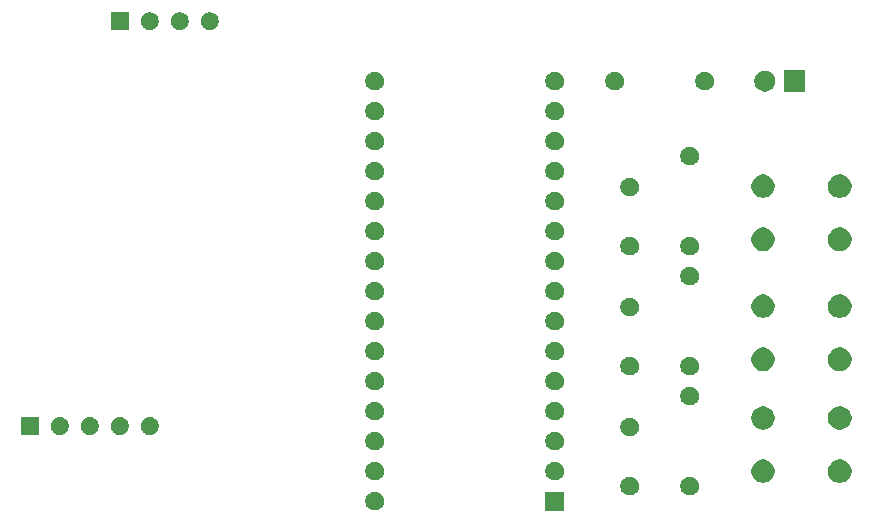
<source format=gts>
G04 #@! TF.GenerationSoftware,KiCad,Pcbnew,9.0.1*
G04 #@! TF.CreationDate,2025-08-05T12:48:43+05:00*
G04 #@! TF.ProjectId,firstPCB,66697273-7450-4434-922e-6b696361645f,rev?*
G04 #@! TF.SameCoordinates,Original*
G04 #@! TF.FileFunction,Soldermask,Top*
G04 #@! TF.FilePolarity,Negative*
%FSLAX46Y46*%
G04 Gerber Fmt 4.6, Leading zero omitted, Abs format (unit mm)*
G04 Created by KiCad (PCBNEW 9.0.1) date 2025-08-05 12:48:43*
%MOMM*%
%LPD*%
G01*
G04 APERTURE LIST*
G04 APERTURE END LIST*
G36*
X80810000Y-104940000D02*
G01*
X79210000Y-104940000D01*
X79210000Y-103340000D01*
X80810000Y-103340000D01*
X80810000Y-104940000D01*
G37*
G36*
X65002228Y-103374448D02*
G01*
X65147117Y-103434463D01*
X65277515Y-103521592D01*
X65388408Y-103632485D01*
X65475537Y-103762883D01*
X65535552Y-103907772D01*
X65566148Y-104061586D01*
X65566148Y-104218414D01*
X65535552Y-104372228D01*
X65475537Y-104517117D01*
X65388408Y-104647515D01*
X65277515Y-104758408D01*
X65147117Y-104845537D01*
X65002228Y-104905552D01*
X64848414Y-104936148D01*
X64691586Y-104936148D01*
X64537772Y-104905552D01*
X64392883Y-104845537D01*
X64262485Y-104758408D01*
X64151592Y-104647515D01*
X64064463Y-104517117D01*
X64004448Y-104372228D01*
X63973852Y-104218414D01*
X63973852Y-104061586D01*
X64004448Y-103907772D01*
X64064463Y-103762883D01*
X64151592Y-103632485D01*
X64262485Y-103521592D01*
X64392883Y-103434463D01*
X64537772Y-103374448D01*
X64691586Y-103343852D01*
X64848414Y-103343852D01*
X65002228Y-103374448D01*
G37*
G36*
X86592228Y-102104448D02*
G01*
X86737117Y-102164463D01*
X86867515Y-102251592D01*
X86978408Y-102362485D01*
X87065537Y-102492883D01*
X87125552Y-102637772D01*
X87156148Y-102791586D01*
X87156148Y-102948414D01*
X87125552Y-103102228D01*
X87065537Y-103247117D01*
X86978408Y-103377515D01*
X86867515Y-103488408D01*
X86737117Y-103575537D01*
X86592228Y-103635552D01*
X86438414Y-103666148D01*
X86281586Y-103666148D01*
X86127772Y-103635552D01*
X85982883Y-103575537D01*
X85852485Y-103488408D01*
X85741592Y-103377515D01*
X85654463Y-103247117D01*
X85594448Y-103102228D01*
X85563852Y-102948414D01*
X85563852Y-102791586D01*
X85594448Y-102637772D01*
X85654463Y-102492883D01*
X85741592Y-102362485D01*
X85852485Y-102251592D01*
X85982883Y-102164463D01*
X86127772Y-102104448D01*
X86281586Y-102073852D01*
X86438414Y-102073852D01*
X86592228Y-102104448D01*
G37*
G36*
X91672228Y-102104448D02*
G01*
X91817117Y-102164463D01*
X91947515Y-102251592D01*
X92058408Y-102362485D01*
X92145537Y-102492883D01*
X92205552Y-102637772D01*
X92236148Y-102791586D01*
X92236148Y-102948414D01*
X92205552Y-103102228D01*
X92145537Y-103247117D01*
X92058408Y-103377515D01*
X91947515Y-103488408D01*
X91817117Y-103575537D01*
X91672228Y-103635552D01*
X91518414Y-103666148D01*
X91361586Y-103666148D01*
X91207772Y-103635552D01*
X91062883Y-103575537D01*
X90932485Y-103488408D01*
X90821592Y-103377515D01*
X90734463Y-103247117D01*
X90674448Y-103102228D01*
X90643852Y-102948414D01*
X90643852Y-102791586D01*
X90674448Y-102637772D01*
X90734463Y-102492883D01*
X90821592Y-102362485D01*
X90932485Y-102251592D01*
X91062883Y-102164463D01*
X91207772Y-102104448D01*
X91361586Y-102073852D01*
X91518414Y-102073852D01*
X91672228Y-102104448D01*
G37*
G36*
X97930285Y-100643060D02*
G01*
X98111397Y-100718079D01*
X98274393Y-100826990D01*
X98413010Y-100965607D01*
X98521921Y-101128603D01*
X98596940Y-101309715D01*
X98635185Y-101501983D01*
X98635185Y-101698017D01*
X98596940Y-101890285D01*
X98521921Y-102071397D01*
X98413010Y-102234393D01*
X98274393Y-102373010D01*
X98111397Y-102481921D01*
X97930285Y-102556940D01*
X97738017Y-102595185D01*
X97541983Y-102595185D01*
X97349715Y-102556940D01*
X97168603Y-102481921D01*
X97005607Y-102373010D01*
X96866990Y-102234393D01*
X96758079Y-102071397D01*
X96683060Y-101890285D01*
X96644815Y-101698017D01*
X96644815Y-101501983D01*
X96683060Y-101309715D01*
X96758079Y-101128603D01*
X96866990Y-100965607D01*
X97005607Y-100826990D01*
X97168603Y-100718079D01*
X97349715Y-100643060D01*
X97541983Y-100604815D01*
X97738017Y-100604815D01*
X97930285Y-100643060D01*
G37*
G36*
X104430285Y-100643060D02*
G01*
X104611397Y-100718079D01*
X104774393Y-100826990D01*
X104913010Y-100965607D01*
X105021921Y-101128603D01*
X105096940Y-101309715D01*
X105135185Y-101501983D01*
X105135185Y-101698017D01*
X105096940Y-101890285D01*
X105021921Y-102071397D01*
X104913010Y-102234393D01*
X104774393Y-102373010D01*
X104611397Y-102481921D01*
X104430285Y-102556940D01*
X104238017Y-102595185D01*
X104041983Y-102595185D01*
X103849715Y-102556940D01*
X103668603Y-102481921D01*
X103505607Y-102373010D01*
X103366990Y-102234393D01*
X103258079Y-102071397D01*
X103183060Y-101890285D01*
X103144815Y-101698017D01*
X103144815Y-101501983D01*
X103183060Y-101309715D01*
X103258079Y-101128603D01*
X103366990Y-100965607D01*
X103505607Y-100826990D01*
X103668603Y-100718079D01*
X103849715Y-100643060D01*
X104041983Y-100604815D01*
X104238017Y-100604815D01*
X104430285Y-100643060D01*
G37*
G36*
X65002228Y-100834448D02*
G01*
X65147117Y-100894463D01*
X65277515Y-100981592D01*
X65388408Y-101092485D01*
X65475537Y-101222883D01*
X65535552Y-101367772D01*
X65566148Y-101521586D01*
X65566148Y-101678414D01*
X65535552Y-101832228D01*
X65475537Y-101977117D01*
X65388408Y-102107515D01*
X65277515Y-102218408D01*
X65147117Y-102305537D01*
X65002228Y-102365552D01*
X64848414Y-102396148D01*
X64691586Y-102396148D01*
X64537772Y-102365552D01*
X64392883Y-102305537D01*
X64262485Y-102218408D01*
X64151592Y-102107515D01*
X64064463Y-101977117D01*
X64004448Y-101832228D01*
X63973852Y-101678414D01*
X63973852Y-101521586D01*
X64004448Y-101367772D01*
X64064463Y-101222883D01*
X64151592Y-101092485D01*
X64262485Y-100981592D01*
X64392883Y-100894463D01*
X64537772Y-100834448D01*
X64691586Y-100803852D01*
X64848414Y-100803852D01*
X65002228Y-100834448D01*
G37*
G36*
X80242228Y-100834448D02*
G01*
X80387117Y-100894463D01*
X80517515Y-100981592D01*
X80628408Y-101092485D01*
X80715537Y-101222883D01*
X80775552Y-101367772D01*
X80806148Y-101521586D01*
X80806148Y-101678414D01*
X80775552Y-101832228D01*
X80715537Y-101977117D01*
X80628408Y-102107515D01*
X80517515Y-102218408D01*
X80387117Y-102305537D01*
X80242228Y-102365552D01*
X80088414Y-102396148D01*
X79931586Y-102396148D01*
X79777772Y-102365552D01*
X79632883Y-102305537D01*
X79502485Y-102218408D01*
X79391592Y-102107515D01*
X79304463Y-101977117D01*
X79244448Y-101832228D01*
X79213852Y-101678414D01*
X79213852Y-101521586D01*
X79244448Y-101367772D01*
X79304463Y-101222883D01*
X79391592Y-101092485D01*
X79502485Y-100981592D01*
X79632883Y-100894463D01*
X79777772Y-100834448D01*
X79931586Y-100803852D01*
X80088414Y-100803852D01*
X80242228Y-100834448D01*
G37*
G36*
X65002228Y-98294448D02*
G01*
X65147117Y-98354463D01*
X65277515Y-98441592D01*
X65388408Y-98552485D01*
X65475537Y-98682883D01*
X65535552Y-98827772D01*
X65566148Y-98981586D01*
X65566148Y-99138414D01*
X65535552Y-99292228D01*
X65475537Y-99437117D01*
X65388408Y-99567515D01*
X65277515Y-99678408D01*
X65147117Y-99765537D01*
X65002228Y-99825552D01*
X64848414Y-99856148D01*
X64691586Y-99856148D01*
X64537772Y-99825552D01*
X64392883Y-99765537D01*
X64262485Y-99678408D01*
X64151592Y-99567515D01*
X64064463Y-99437117D01*
X64004448Y-99292228D01*
X63973852Y-99138414D01*
X63973852Y-98981586D01*
X64004448Y-98827772D01*
X64064463Y-98682883D01*
X64151592Y-98552485D01*
X64262485Y-98441592D01*
X64392883Y-98354463D01*
X64537772Y-98294448D01*
X64691586Y-98263852D01*
X64848414Y-98263852D01*
X65002228Y-98294448D01*
G37*
G36*
X80242228Y-98294448D02*
G01*
X80387117Y-98354463D01*
X80517515Y-98441592D01*
X80628408Y-98552485D01*
X80715537Y-98682883D01*
X80775552Y-98827772D01*
X80806148Y-98981586D01*
X80806148Y-99138414D01*
X80775552Y-99292228D01*
X80715537Y-99437117D01*
X80628408Y-99567515D01*
X80517515Y-99678408D01*
X80387117Y-99765537D01*
X80242228Y-99825552D01*
X80088414Y-99856148D01*
X79931586Y-99856148D01*
X79777772Y-99825552D01*
X79632883Y-99765537D01*
X79502485Y-99678408D01*
X79391592Y-99567515D01*
X79304463Y-99437117D01*
X79244448Y-99292228D01*
X79213852Y-99138414D01*
X79213852Y-98981586D01*
X79244448Y-98827772D01*
X79304463Y-98682883D01*
X79391592Y-98552485D01*
X79502485Y-98441592D01*
X79632883Y-98354463D01*
X79777772Y-98294448D01*
X79931586Y-98263852D01*
X80088414Y-98263852D01*
X80242228Y-98294448D01*
G37*
G36*
X86592228Y-97104448D02*
G01*
X86737117Y-97164463D01*
X86867515Y-97251592D01*
X86978408Y-97362485D01*
X87065537Y-97492883D01*
X87125552Y-97637772D01*
X87156148Y-97791586D01*
X87156148Y-97948414D01*
X87125552Y-98102228D01*
X87065537Y-98247117D01*
X86978408Y-98377515D01*
X86867515Y-98488408D01*
X86737117Y-98575537D01*
X86592228Y-98635552D01*
X86438414Y-98666148D01*
X86281586Y-98666148D01*
X86127772Y-98635552D01*
X85982883Y-98575537D01*
X85852485Y-98488408D01*
X85741592Y-98377515D01*
X85654463Y-98247117D01*
X85594448Y-98102228D01*
X85563852Y-97948414D01*
X85563852Y-97791586D01*
X85594448Y-97637772D01*
X85654463Y-97492883D01*
X85741592Y-97362485D01*
X85852485Y-97251592D01*
X85982883Y-97164463D01*
X86127772Y-97104448D01*
X86281586Y-97073852D01*
X86438414Y-97073852D01*
X86592228Y-97104448D01*
G37*
G36*
X36322000Y-98552000D02*
G01*
X34798000Y-98552000D01*
X34798000Y-97028000D01*
X36322000Y-97028000D01*
X36322000Y-98552000D01*
G37*
G36*
X38321197Y-97060811D02*
G01*
X38459204Y-97117976D01*
X38583408Y-97200966D01*
X38689034Y-97306592D01*
X38772024Y-97430796D01*
X38829189Y-97568803D01*
X38858331Y-97715311D01*
X38858331Y-97864689D01*
X38829189Y-98011197D01*
X38772024Y-98149204D01*
X38689034Y-98273408D01*
X38583408Y-98379034D01*
X38459204Y-98462024D01*
X38321197Y-98519189D01*
X38174689Y-98548331D01*
X38025311Y-98548331D01*
X37878803Y-98519189D01*
X37740796Y-98462024D01*
X37616592Y-98379034D01*
X37510966Y-98273408D01*
X37427976Y-98149204D01*
X37370811Y-98011197D01*
X37341669Y-97864689D01*
X37341669Y-97715311D01*
X37370811Y-97568803D01*
X37427976Y-97430796D01*
X37510966Y-97306592D01*
X37616592Y-97200966D01*
X37740796Y-97117976D01*
X37878803Y-97060811D01*
X38025311Y-97031669D01*
X38174689Y-97031669D01*
X38321197Y-97060811D01*
G37*
G36*
X40861197Y-97060811D02*
G01*
X40999204Y-97117976D01*
X41123408Y-97200966D01*
X41229034Y-97306592D01*
X41312024Y-97430796D01*
X41369189Y-97568803D01*
X41398331Y-97715311D01*
X41398331Y-97864689D01*
X41369189Y-98011197D01*
X41312024Y-98149204D01*
X41229034Y-98273408D01*
X41123408Y-98379034D01*
X40999204Y-98462024D01*
X40861197Y-98519189D01*
X40714689Y-98548331D01*
X40565311Y-98548331D01*
X40418803Y-98519189D01*
X40280796Y-98462024D01*
X40156592Y-98379034D01*
X40050966Y-98273408D01*
X39967976Y-98149204D01*
X39910811Y-98011197D01*
X39881669Y-97864689D01*
X39881669Y-97715311D01*
X39910811Y-97568803D01*
X39967976Y-97430796D01*
X40050966Y-97306592D01*
X40156592Y-97200966D01*
X40280796Y-97117976D01*
X40418803Y-97060811D01*
X40565311Y-97031669D01*
X40714689Y-97031669D01*
X40861197Y-97060811D01*
G37*
G36*
X43401197Y-97060811D02*
G01*
X43539204Y-97117976D01*
X43663408Y-97200966D01*
X43769034Y-97306592D01*
X43852024Y-97430796D01*
X43909189Y-97568803D01*
X43938331Y-97715311D01*
X43938331Y-97864689D01*
X43909189Y-98011197D01*
X43852024Y-98149204D01*
X43769034Y-98273408D01*
X43663408Y-98379034D01*
X43539204Y-98462024D01*
X43401197Y-98519189D01*
X43254689Y-98548331D01*
X43105311Y-98548331D01*
X42958803Y-98519189D01*
X42820796Y-98462024D01*
X42696592Y-98379034D01*
X42590966Y-98273408D01*
X42507976Y-98149204D01*
X42450811Y-98011197D01*
X42421669Y-97864689D01*
X42421669Y-97715311D01*
X42450811Y-97568803D01*
X42507976Y-97430796D01*
X42590966Y-97306592D01*
X42696592Y-97200966D01*
X42820796Y-97117976D01*
X42958803Y-97060811D01*
X43105311Y-97031669D01*
X43254689Y-97031669D01*
X43401197Y-97060811D01*
G37*
G36*
X45941197Y-97060811D02*
G01*
X46079204Y-97117976D01*
X46203408Y-97200966D01*
X46309034Y-97306592D01*
X46392024Y-97430796D01*
X46449189Y-97568803D01*
X46478331Y-97715311D01*
X46478331Y-97864689D01*
X46449189Y-98011197D01*
X46392024Y-98149204D01*
X46309034Y-98273408D01*
X46203408Y-98379034D01*
X46079204Y-98462024D01*
X45941197Y-98519189D01*
X45794689Y-98548331D01*
X45645311Y-98548331D01*
X45498803Y-98519189D01*
X45360796Y-98462024D01*
X45236592Y-98379034D01*
X45130966Y-98273408D01*
X45047976Y-98149204D01*
X44990811Y-98011197D01*
X44961669Y-97864689D01*
X44961669Y-97715311D01*
X44990811Y-97568803D01*
X45047976Y-97430796D01*
X45130966Y-97306592D01*
X45236592Y-97200966D01*
X45360796Y-97117976D01*
X45498803Y-97060811D01*
X45645311Y-97031669D01*
X45794689Y-97031669D01*
X45941197Y-97060811D01*
G37*
G36*
X97930285Y-96143060D02*
G01*
X98111397Y-96218079D01*
X98274393Y-96326990D01*
X98413010Y-96465607D01*
X98521921Y-96628603D01*
X98596940Y-96809715D01*
X98635185Y-97001983D01*
X98635185Y-97198017D01*
X98596940Y-97390285D01*
X98521921Y-97571397D01*
X98413010Y-97734393D01*
X98274393Y-97873010D01*
X98111397Y-97981921D01*
X97930285Y-98056940D01*
X97738017Y-98095185D01*
X97541983Y-98095185D01*
X97349715Y-98056940D01*
X97168603Y-97981921D01*
X97005607Y-97873010D01*
X96866990Y-97734393D01*
X96758079Y-97571397D01*
X96683060Y-97390285D01*
X96644815Y-97198017D01*
X96644815Y-97001983D01*
X96683060Y-96809715D01*
X96758079Y-96628603D01*
X96866990Y-96465607D01*
X97005607Y-96326990D01*
X97168603Y-96218079D01*
X97349715Y-96143060D01*
X97541983Y-96104815D01*
X97738017Y-96104815D01*
X97930285Y-96143060D01*
G37*
G36*
X104430285Y-96143060D02*
G01*
X104611397Y-96218079D01*
X104774393Y-96326990D01*
X104913010Y-96465607D01*
X105021921Y-96628603D01*
X105096940Y-96809715D01*
X105135185Y-97001983D01*
X105135185Y-97198017D01*
X105096940Y-97390285D01*
X105021921Y-97571397D01*
X104913010Y-97734393D01*
X104774393Y-97873010D01*
X104611397Y-97981921D01*
X104430285Y-98056940D01*
X104238017Y-98095185D01*
X104041983Y-98095185D01*
X103849715Y-98056940D01*
X103668603Y-97981921D01*
X103505607Y-97873010D01*
X103366990Y-97734393D01*
X103258079Y-97571397D01*
X103183060Y-97390285D01*
X103144815Y-97198017D01*
X103144815Y-97001983D01*
X103183060Y-96809715D01*
X103258079Y-96628603D01*
X103366990Y-96465607D01*
X103505607Y-96326990D01*
X103668603Y-96218079D01*
X103849715Y-96143060D01*
X104041983Y-96104815D01*
X104238017Y-96104815D01*
X104430285Y-96143060D01*
G37*
G36*
X65002228Y-95754448D02*
G01*
X65147117Y-95814463D01*
X65277515Y-95901592D01*
X65388408Y-96012485D01*
X65475537Y-96142883D01*
X65535552Y-96287772D01*
X65566148Y-96441586D01*
X65566148Y-96598414D01*
X65535552Y-96752228D01*
X65475537Y-96897117D01*
X65388408Y-97027515D01*
X65277515Y-97138408D01*
X65147117Y-97225537D01*
X65002228Y-97285552D01*
X64848414Y-97316148D01*
X64691586Y-97316148D01*
X64537772Y-97285552D01*
X64392883Y-97225537D01*
X64262485Y-97138408D01*
X64151592Y-97027515D01*
X64064463Y-96897117D01*
X64004448Y-96752228D01*
X63973852Y-96598414D01*
X63973852Y-96441586D01*
X64004448Y-96287772D01*
X64064463Y-96142883D01*
X64151592Y-96012485D01*
X64262485Y-95901592D01*
X64392883Y-95814463D01*
X64537772Y-95754448D01*
X64691586Y-95723852D01*
X64848414Y-95723852D01*
X65002228Y-95754448D01*
G37*
G36*
X80242228Y-95754448D02*
G01*
X80387117Y-95814463D01*
X80517515Y-95901592D01*
X80628408Y-96012485D01*
X80715537Y-96142883D01*
X80775552Y-96287772D01*
X80806148Y-96441586D01*
X80806148Y-96598414D01*
X80775552Y-96752228D01*
X80715537Y-96897117D01*
X80628408Y-97027515D01*
X80517515Y-97138408D01*
X80387117Y-97225537D01*
X80242228Y-97285552D01*
X80088414Y-97316148D01*
X79931586Y-97316148D01*
X79777772Y-97285552D01*
X79632883Y-97225537D01*
X79502485Y-97138408D01*
X79391592Y-97027515D01*
X79304463Y-96897117D01*
X79244448Y-96752228D01*
X79213852Y-96598414D01*
X79213852Y-96441586D01*
X79244448Y-96287772D01*
X79304463Y-96142883D01*
X79391592Y-96012485D01*
X79502485Y-95901592D01*
X79632883Y-95814463D01*
X79777772Y-95754448D01*
X79931586Y-95723852D01*
X80088414Y-95723852D01*
X80242228Y-95754448D01*
G37*
G36*
X91672228Y-94484448D02*
G01*
X91817117Y-94544463D01*
X91947515Y-94631592D01*
X92058408Y-94742485D01*
X92145537Y-94872883D01*
X92205552Y-95017772D01*
X92236148Y-95171586D01*
X92236148Y-95328414D01*
X92205552Y-95482228D01*
X92145537Y-95627117D01*
X92058408Y-95757515D01*
X91947515Y-95868408D01*
X91817117Y-95955537D01*
X91672228Y-96015552D01*
X91518414Y-96046148D01*
X91361586Y-96046148D01*
X91207772Y-96015552D01*
X91062883Y-95955537D01*
X90932485Y-95868408D01*
X90821592Y-95757515D01*
X90734463Y-95627117D01*
X90674448Y-95482228D01*
X90643852Y-95328414D01*
X90643852Y-95171586D01*
X90674448Y-95017772D01*
X90734463Y-94872883D01*
X90821592Y-94742485D01*
X90932485Y-94631592D01*
X91062883Y-94544463D01*
X91207772Y-94484448D01*
X91361586Y-94453852D01*
X91518414Y-94453852D01*
X91672228Y-94484448D01*
G37*
G36*
X65002228Y-93214448D02*
G01*
X65147117Y-93274463D01*
X65277515Y-93361592D01*
X65388408Y-93472485D01*
X65475537Y-93602883D01*
X65535552Y-93747772D01*
X65566148Y-93901586D01*
X65566148Y-94058414D01*
X65535552Y-94212228D01*
X65475537Y-94357117D01*
X65388408Y-94487515D01*
X65277515Y-94598408D01*
X65147117Y-94685537D01*
X65002228Y-94745552D01*
X64848414Y-94776148D01*
X64691586Y-94776148D01*
X64537772Y-94745552D01*
X64392883Y-94685537D01*
X64262485Y-94598408D01*
X64151592Y-94487515D01*
X64064463Y-94357117D01*
X64004448Y-94212228D01*
X63973852Y-94058414D01*
X63973852Y-93901586D01*
X64004448Y-93747772D01*
X64064463Y-93602883D01*
X64151592Y-93472485D01*
X64262485Y-93361592D01*
X64392883Y-93274463D01*
X64537772Y-93214448D01*
X64691586Y-93183852D01*
X64848414Y-93183852D01*
X65002228Y-93214448D01*
G37*
G36*
X80242228Y-93214448D02*
G01*
X80387117Y-93274463D01*
X80517515Y-93361592D01*
X80628408Y-93472485D01*
X80715537Y-93602883D01*
X80775552Y-93747772D01*
X80806148Y-93901586D01*
X80806148Y-94058414D01*
X80775552Y-94212228D01*
X80715537Y-94357117D01*
X80628408Y-94487515D01*
X80517515Y-94598408D01*
X80387117Y-94685537D01*
X80242228Y-94745552D01*
X80088414Y-94776148D01*
X79931586Y-94776148D01*
X79777772Y-94745552D01*
X79632883Y-94685537D01*
X79502485Y-94598408D01*
X79391592Y-94487515D01*
X79304463Y-94357117D01*
X79244448Y-94212228D01*
X79213852Y-94058414D01*
X79213852Y-93901586D01*
X79244448Y-93747772D01*
X79304463Y-93602883D01*
X79391592Y-93472485D01*
X79502485Y-93361592D01*
X79632883Y-93274463D01*
X79777772Y-93214448D01*
X79931586Y-93183852D01*
X80088414Y-93183852D01*
X80242228Y-93214448D01*
G37*
G36*
X86592228Y-91944448D02*
G01*
X86737117Y-92004463D01*
X86867515Y-92091592D01*
X86978408Y-92202485D01*
X87065537Y-92332883D01*
X87125552Y-92477772D01*
X87156148Y-92631586D01*
X87156148Y-92788414D01*
X87125552Y-92942228D01*
X87065537Y-93087117D01*
X86978408Y-93217515D01*
X86867515Y-93328408D01*
X86737117Y-93415537D01*
X86592228Y-93475552D01*
X86438414Y-93506148D01*
X86281586Y-93506148D01*
X86127772Y-93475552D01*
X85982883Y-93415537D01*
X85852485Y-93328408D01*
X85741592Y-93217515D01*
X85654463Y-93087117D01*
X85594448Y-92942228D01*
X85563852Y-92788414D01*
X85563852Y-92631586D01*
X85594448Y-92477772D01*
X85654463Y-92332883D01*
X85741592Y-92202485D01*
X85852485Y-92091592D01*
X85982883Y-92004463D01*
X86127772Y-91944448D01*
X86281586Y-91913852D01*
X86438414Y-91913852D01*
X86592228Y-91944448D01*
G37*
G36*
X91672228Y-91944448D02*
G01*
X91817117Y-92004463D01*
X91947515Y-92091592D01*
X92058408Y-92202485D01*
X92145537Y-92332883D01*
X92205552Y-92477772D01*
X92236148Y-92631586D01*
X92236148Y-92788414D01*
X92205552Y-92942228D01*
X92145537Y-93087117D01*
X92058408Y-93217515D01*
X91947515Y-93328408D01*
X91817117Y-93415537D01*
X91672228Y-93475552D01*
X91518414Y-93506148D01*
X91361586Y-93506148D01*
X91207772Y-93475552D01*
X91062883Y-93415537D01*
X90932485Y-93328408D01*
X90821592Y-93217515D01*
X90734463Y-93087117D01*
X90674448Y-92942228D01*
X90643852Y-92788414D01*
X90643852Y-92631586D01*
X90674448Y-92477772D01*
X90734463Y-92332883D01*
X90821592Y-92202485D01*
X90932485Y-92091592D01*
X91062883Y-92004463D01*
X91207772Y-91944448D01*
X91361586Y-91913852D01*
X91518414Y-91913852D01*
X91672228Y-91944448D01*
G37*
G36*
X97930285Y-91173060D02*
G01*
X98111397Y-91248079D01*
X98274393Y-91356990D01*
X98413010Y-91495607D01*
X98521921Y-91658603D01*
X98596940Y-91839715D01*
X98635185Y-92031983D01*
X98635185Y-92228017D01*
X98596940Y-92420285D01*
X98521921Y-92601397D01*
X98413010Y-92764393D01*
X98274393Y-92903010D01*
X98111397Y-93011921D01*
X97930285Y-93086940D01*
X97738017Y-93125185D01*
X97541983Y-93125185D01*
X97349715Y-93086940D01*
X97168603Y-93011921D01*
X97005607Y-92903010D01*
X96866990Y-92764393D01*
X96758079Y-92601397D01*
X96683060Y-92420285D01*
X96644815Y-92228017D01*
X96644815Y-92031983D01*
X96683060Y-91839715D01*
X96758079Y-91658603D01*
X96866990Y-91495607D01*
X97005607Y-91356990D01*
X97168603Y-91248079D01*
X97349715Y-91173060D01*
X97541983Y-91134815D01*
X97738017Y-91134815D01*
X97930285Y-91173060D01*
G37*
G36*
X104430285Y-91173060D02*
G01*
X104611397Y-91248079D01*
X104774393Y-91356990D01*
X104913010Y-91495607D01*
X105021921Y-91658603D01*
X105096940Y-91839715D01*
X105135185Y-92031983D01*
X105135185Y-92228017D01*
X105096940Y-92420285D01*
X105021921Y-92601397D01*
X104913010Y-92764393D01*
X104774393Y-92903010D01*
X104611397Y-93011921D01*
X104430285Y-93086940D01*
X104238017Y-93125185D01*
X104041983Y-93125185D01*
X103849715Y-93086940D01*
X103668603Y-93011921D01*
X103505607Y-92903010D01*
X103366990Y-92764393D01*
X103258079Y-92601397D01*
X103183060Y-92420285D01*
X103144815Y-92228017D01*
X103144815Y-92031983D01*
X103183060Y-91839715D01*
X103258079Y-91658603D01*
X103366990Y-91495607D01*
X103505607Y-91356990D01*
X103668603Y-91248079D01*
X103849715Y-91173060D01*
X104041983Y-91134815D01*
X104238017Y-91134815D01*
X104430285Y-91173060D01*
G37*
G36*
X65002228Y-90674448D02*
G01*
X65147117Y-90734463D01*
X65277515Y-90821592D01*
X65388408Y-90932485D01*
X65475537Y-91062883D01*
X65535552Y-91207772D01*
X65566148Y-91361586D01*
X65566148Y-91518414D01*
X65535552Y-91672228D01*
X65475537Y-91817117D01*
X65388408Y-91947515D01*
X65277515Y-92058408D01*
X65147117Y-92145537D01*
X65002228Y-92205552D01*
X64848414Y-92236148D01*
X64691586Y-92236148D01*
X64537772Y-92205552D01*
X64392883Y-92145537D01*
X64262485Y-92058408D01*
X64151592Y-91947515D01*
X64064463Y-91817117D01*
X64004448Y-91672228D01*
X63973852Y-91518414D01*
X63973852Y-91361586D01*
X64004448Y-91207772D01*
X64064463Y-91062883D01*
X64151592Y-90932485D01*
X64262485Y-90821592D01*
X64392883Y-90734463D01*
X64537772Y-90674448D01*
X64691586Y-90643852D01*
X64848414Y-90643852D01*
X65002228Y-90674448D01*
G37*
G36*
X80242228Y-90674448D02*
G01*
X80387117Y-90734463D01*
X80517515Y-90821592D01*
X80628408Y-90932485D01*
X80715537Y-91062883D01*
X80775552Y-91207772D01*
X80806148Y-91361586D01*
X80806148Y-91518414D01*
X80775552Y-91672228D01*
X80715537Y-91817117D01*
X80628408Y-91947515D01*
X80517515Y-92058408D01*
X80387117Y-92145537D01*
X80242228Y-92205552D01*
X80088414Y-92236148D01*
X79931586Y-92236148D01*
X79777772Y-92205552D01*
X79632883Y-92145537D01*
X79502485Y-92058408D01*
X79391592Y-91947515D01*
X79304463Y-91817117D01*
X79244448Y-91672228D01*
X79213852Y-91518414D01*
X79213852Y-91361586D01*
X79244448Y-91207772D01*
X79304463Y-91062883D01*
X79391592Y-90932485D01*
X79502485Y-90821592D01*
X79632883Y-90734463D01*
X79777772Y-90674448D01*
X79931586Y-90643852D01*
X80088414Y-90643852D01*
X80242228Y-90674448D01*
G37*
G36*
X65002228Y-88134448D02*
G01*
X65147117Y-88194463D01*
X65277515Y-88281592D01*
X65388408Y-88392485D01*
X65475537Y-88522883D01*
X65535552Y-88667772D01*
X65566148Y-88821586D01*
X65566148Y-88978414D01*
X65535552Y-89132228D01*
X65475537Y-89277117D01*
X65388408Y-89407515D01*
X65277515Y-89518408D01*
X65147117Y-89605537D01*
X65002228Y-89665552D01*
X64848414Y-89696148D01*
X64691586Y-89696148D01*
X64537772Y-89665552D01*
X64392883Y-89605537D01*
X64262485Y-89518408D01*
X64151592Y-89407515D01*
X64064463Y-89277117D01*
X64004448Y-89132228D01*
X63973852Y-88978414D01*
X63973852Y-88821586D01*
X64004448Y-88667772D01*
X64064463Y-88522883D01*
X64151592Y-88392485D01*
X64262485Y-88281592D01*
X64392883Y-88194463D01*
X64537772Y-88134448D01*
X64691586Y-88103852D01*
X64848414Y-88103852D01*
X65002228Y-88134448D01*
G37*
G36*
X80242228Y-88134448D02*
G01*
X80387117Y-88194463D01*
X80517515Y-88281592D01*
X80628408Y-88392485D01*
X80715537Y-88522883D01*
X80775552Y-88667772D01*
X80806148Y-88821586D01*
X80806148Y-88978414D01*
X80775552Y-89132228D01*
X80715537Y-89277117D01*
X80628408Y-89407515D01*
X80517515Y-89518408D01*
X80387117Y-89605537D01*
X80242228Y-89665552D01*
X80088414Y-89696148D01*
X79931586Y-89696148D01*
X79777772Y-89665552D01*
X79632883Y-89605537D01*
X79502485Y-89518408D01*
X79391592Y-89407515D01*
X79304463Y-89277117D01*
X79244448Y-89132228D01*
X79213852Y-88978414D01*
X79213852Y-88821586D01*
X79244448Y-88667772D01*
X79304463Y-88522883D01*
X79391592Y-88392485D01*
X79502485Y-88281592D01*
X79632883Y-88194463D01*
X79777772Y-88134448D01*
X79931586Y-88103852D01*
X80088414Y-88103852D01*
X80242228Y-88134448D01*
G37*
G36*
X97930285Y-86673060D02*
G01*
X98111397Y-86748079D01*
X98274393Y-86856990D01*
X98413010Y-86995607D01*
X98521921Y-87158603D01*
X98596940Y-87339715D01*
X98635185Y-87531983D01*
X98635185Y-87728017D01*
X98596940Y-87920285D01*
X98521921Y-88101397D01*
X98413010Y-88264393D01*
X98274393Y-88403010D01*
X98111397Y-88511921D01*
X97930285Y-88586940D01*
X97738017Y-88625185D01*
X97541983Y-88625185D01*
X97349715Y-88586940D01*
X97168603Y-88511921D01*
X97005607Y-88403010D01*
X96866990Y-88264393D01*
X96758079Y-88101397D01*
X96683060Y-87920285D01*
X96644815Y-87728017D01*
X96644815Y-87531983D01*
X96683060Y-87339715D01*
X96758079Y-87158603D01*
X96866990Y-86995607D01*
X97005607Y-86856990D01*
X97168603Y-86748079D01*
X97349715Y-86673060D01*
X97541983Y-86634815D01*
X97738017Y-86634815D01*
X97930285Y-86673060D01*
G37*
G36*
X104430285Y-86673060D02*
G01*
X104611397Y-86748079D01*
X104774393Y-86856990D01*
X104913010Y-86995607D01*
X105021921Y-87158603D01*
X105096940Y-87339715D01*
X105135185Y-87531983D01*
X105135185Y-87728017D01*
X105096940Y-87920285D01*
X105021921Y-88101397D01*
X104913010Y-88264393D01*
X104774393Y-88403010D01*
X104611397Y-88511921D01*
X104430285Y-88586940D01*
X104238017Y-88625185D01*
X104041983Y-88625185D01*
X103849715Y-88586940D01*
X103668603Y-88511921D01*
X103505607Y-88403010D01*
X103366990Y-88264393D01*
X103258079Y-88101397D01*
X103183060Y-87920285D01*
X103144815Y-87728017D01*
X103144815Y-87531983D01*
X103183060Y-87339715D01*
X103258079Y-87158603D01*
X103366990Y-86995607D01*
X103505607Y-86856990D01*
X103668603Y-86748079D01*
X103849715Y-86673060D01*
X104041983Y-86634815D01*
X104238017Y-86634815D01*
X104430285Y-86673060D01*
G37*
G36*
X86592228Y-86944448D02*
G01*
X86737117Y-87004463D01*
X86867515Y-87091592D01*
X86978408Y-87202485D01*
X87065537Y-87332883D01*
X87125552Y-87477772D01*
X87156148Y-87631586D01*
X87156148Y-87788414D01*
X87125552Y-87942228D01*
X87065537Y-88087117D01*
X86978408Y-88217515D01*
X86867515Y-88328408D01*
X86737117Y-88415537D01*
X86592228Y-88475552D01*
X86438414Y-88506148D01*
X86281586Y-88506148D01*
X86127772Y-88475552D01*
X85982883Y-88415537D01*
X85852485Y-88328408D01*
X85741592Y-88217515D01*
X85654463Y-88087117D01*
X85594448Y-87942228D01*
X85563852Y-87788414D01*
X85563852Y-87631586D01*
X85594448Y-87477772D01*
X85654463Y-87332883D01*
X85741592Y-87202485D01*
X85852485Y-87091592D01*
X85982883Y-87004463D01*
X86127772Y-86944448D01*
X86281586Y-86913852D01*
X86438414Y-86913852D01*
X86592228Y-86944448D01*
G37*
G36*
X65002228Y-85594448D02*
G01*
X65147117Y-85654463D01*
X65277515Y-85741592D01*
X65388408Y-85852485D01*
X65475537Y-85982883D01*
X65535552Y-86127772D01*
X65566148Y-86281586D01*
X65566148Y-86438414D01*
X65535552Y-86592228D01*
X65475537Y-86737117D01*
X65388408Y-86867515D01*
X65277515Y-86978408D01*
X65147117Y-87065537D01*
X65002228Y-87125552D01*
X64848414Y-87156148D01*
X64691586Y-87156148D01*
X64537772Y-87125552D01*
X64392883Y-87065537D01*
X64262485Y-86978408D01*
X64151592Y-86867515D01*
X64064463Y-86737117D01*
X64004448Y-86592228D01*
X63973852Y-86438414D01*
X63973852Y-86281586D01*
X64004448Y-86127772D01*
X64064463Y-85982883D01*
X64151592Y-85852485D01*
X64262485Y-85741592D01*
X64392883Y-85654463D01*
X64537772Y-85594448D01*
X64691586Y-85563852D01*
X64848414Y-85563852D01*
X65002228Y-85594448D01*
G37*
G36*
X80242228Y-85594448D02*
G01*
X80387117Y-85654463D01*
X80517515Y-85741592D01*
X80628408Y-85852485D01*
X80715537Y-85982883D01*
X80775552Y-86127772D01*
X80806148Y-86281586D01*
X80806148Y-86438414D01*
X80775552Y-86592228D01*
X80715537Y-86737117D01*
X80628408Y-86867515D01*
X80517515Y-86978408D01*
X80387117Y-87065537D01*
X80242228Y-87125552D01*
X80088414Y-87156148D01*
X79931586Y-87156148D01*
X79777772Y-87125552D01*
X79632883Y-87065537D01*
X79502485Y-86978408D01*
X79391592Y-86867515D01*
X79304463Y-86737117D01*
X79244448Y-86592228D01*
X79213852Y-86438414D01*
X79213852Y-86281586D01*
X79244448Y-86127772D01*
X79304463Y-85982883D01*
X79391592Y-85852485D01*
X79502485Y-85741592D01*
X79632883Y-85654463D01*
X79777772Y-85594448D01*
X79931586Y-85563852D01*
X80088414Y-85563852D01*
X80242228Y-85594448D01*
G37*
G36*
X91672228Y-84324448D02*
G01*
X91817117Y-84384463D01*
X91947515Y-84471592D01*
X92058408Y-84582485D01*
X92145537Y-84712883D01*
X92205552Y-84857772D01*
X92236148Y-85011586D01*
X92236148Y-85168414D01*
X92205552Y-85322228D01*
X92145537Y-85467117D01*
X92058408Y-85597515D01*
X91947515Y-85708408D01*
X91817117Y-85795537D01*
X91672228Y-85855552D01*
X91518414Y-85886148D01*
X91361586Y-85886148D01*
X91207772Y-85855552D01*
X91062883Y-85795537D01*
X90932485Y-85708408D01*
X90821592Y-85597515D01*
X90734463Y-85467117D01*
X90674448Y-85322228D01*
X90643852Y-85168414D01*
X90643852Y-85011586D01*
X90674448Y-84857772D01*
X90734463Y-84712883D01*
X90821592Y-84582485D01*
X90932485Y-84471592D01*
X91062883Y-84384463D01*
X91207772Y-84324448D01*
X91361586Y-84293852D01*
X91518414Y-84293852D01*
X91672228Y-84324448D01*
G37*
G36*
X65002228Y-83054448D02*
G01*
X65147117Y-83114463D01*
X65277515Y-83201592D01*
X65388408Y-83312485D01*
X65475537Y-83442883D01*
X65535552Y-83587772D01*
X65566148Y-83741586D01*
X65566148Y-83898414D01*
X65535552Y-84052228D01*
X65475537Y-84197117D01*
X65388408Y-84327515D01*
X65277515Y-84438408D01*
X65147117Y-84525537D01*
X65002228Y-84585552D01*
X64848414Y-84616148D01*
X64691586Y-84616148D01*
X64537772Y-84585552D01*
X64392883Y-84525537D01*
X64262485Y-84438408D01*
X64151592Y-84327515D01*
X64064463Y-84197117D01*
X64004448Y-84052228D01*
X63973852Y-83898414D01*
X63973852Y-83741586D01*
X64004448Y-83587772D01*
X64064463Y-83442883D01*
X64151592Y-83312485D01*
X64262485Y-83201592D01*
X64392883Y-83114463D01*
X64537772Y-83054448D01*
X64691586Y-83023852D01*
X64848414Y-83023852D01*
X65002228Y-83054448D01*
G37*
G36*
X80242228Y-83054448D02*
G01*
X80387117Y-83114463D01*
X80517515Y-83201592D01*
X80628408Y-83312485D01*
X80715537Y-83442883D01*
X80775552Y-83587772D01*
X80806148Y-83741586D01*
X80806148Y-83898414D01*
X80775552Y-84052228D01*
X80715537Y-84197117D01*
X80628408Y-84327515D01*
X80517515Y-84438408D01*
X80387117Y-84525537D01*
X80242228Y-84585552D01*
X80088414Y-84616148D01*
X79931586Y-84616148D01*
X79777772Y-84585552D01*
X79632883Y-84525537D01*
X79502485Y-84438408D01*
X79391592Y-84327515D01*
X79304463Y-84197117D01*
X79244448Y-84052228D01*
X79213852Y-83898414D01*
X79213852Y-83741586D01*
X79244448Y-83587772D01*
X79304463Y-83442883D01*
X79391592Y-83312485D01*
X79502485Y-83201592D01*
X79632883Y-83114463D01*
X79777772Y-83054448D01*
X79931586Y-83023852D01*
X80088414Y-83023852D01*
X80242228Y-83054448D01*
G37*
G36*
X86592228Y-81784448D02*
G01*
X86737117Y-81844463D01*
X86867515Y-81931592D01*
X86978408Y-82042485D01*
X87065537Y-82172883D01*
X87125552Y-82317772D01*
X87156148Y-82471586D01*
X87156148Y-82628414D01*
X87125552Y-82782228D01*
X87065537Y-82927117D01*
X86978408Y-83057515D01*
X86867515Y-83168408D01*
X86737117Y-83255537D01*
X86592228Y-83315552D01*
X86438414Y-83346148D01*
X86281586Y-83346148D01*
X86127772Y-83315552D01*
X85982883Y-83255537D01*
X85852485Y-83168408D01*
X85741592Y-83057515D01*
X85654463Y-82927117D01*
X85594448Y-82782228D01*
X85563852Y-82628414D01*
X85563852Y-82471586D01*
X85594448Y-82317772D01*
X85654463Y-82172883D01*
X85741592Y-82042485D01*
X85852485Y-81931592D01*
X85982883Y-81844463D01*
X86127772Y-81784448D01*
X86281586Y-81753852D01*
X86438414Y-81753852D01*
X86592228Y-81784448D01*
G37*
G36*
X91672228Y-81784448D02*
G01*
X91817117Y-81844463D01*
X91947515Y-81931592D01*
X92058408Y-82042485D01*
X92145537Y-82172883D01*
X92205552Y-82317772D01*
X92236148Y-82471586D01*
X92236148Y-82628414D01*
X92205552Y-82782228D01*
X92145537Y-82927117D01*
X92058408Y-83057515D01*
X91947515Y-83168408D01*
X91817117Y-83255537D01*
X91672228Y-83315552D01*
X91518414Y-83346148D01*
X91361586Y-83346148D01*
X91207772Y-83315552D01*
X91062883Y-83255537D01*
X90932485Y-83168408D01*
X90821592Y-83057515D01*
X90734463Y-82927117D01*
X90674448Y-82782228D01*
X90643852Y-82628414D01*
X90643852Y-82471586D01*
X90674448Y-82317772D01*
X90734463Y-82172883D01*
X90821592Y-82042485D01*
X90932485Y-81931592D01*
X91062883Y-81844463D01*
X91207772Y-81784448D01*
X91361586Y-81753852D01*
X91518414Y-81753852D01*
X91672228Y-81784448D01*
G37*
G36*
X97930285Y-81013060D02*
G01*
X98111397Y-81088079D01*
X98274393Y-81196990D01*
X98413010Y-81335607D01*
X98521921Y-81498603D01*
X98596940Y-81679715D01*
X98635185Y-81871983D01*
X98635185Y-82068017D01*
X98596940Y-82260285D01*
X98521921Y-82441397D01*
X98413010Y-82604393D01*
X98274393Y-82743010D01*
X98111397Y-82851921D01*
X97930285Y-82926940D01*
X97738017Y-82965185D01*
X97541983Y-82965185D01*
X97349715Y-82926940D01*
X97168603Y-82851921D01*
X97005607Y-82743010D01*
X96866990Y-82604393D01*
X96758079Y-82441397D01*
X96683060Y-82260285D01*
X96644815Y-82068017D01*
X96644815Y-81871983D01*
X96683060Y-81679715D01*
X96758079Y-81498603D01*
X96866990Y-81335607D01*
X97005607Y-81196990D01*
X97168603Y-81088079D01*
X97349715Y-81013060D01*
X97541983Y-80974815D01*
X97738017Y-80974815D01*
X97930285Y-81013060D01*
G37*
G36*
X104430285Y-81013060D02*
G01*
X104611397Y-81088079D01*
X104774393Y-81196990D01*
X104913010Y-81335607D01*
X105021921Y-81498603D01*
X105096940Y-81679715D01*
X105135185Y-81871983D01*
X105135185Y-82068017D01*
X105096940Y-82260285D01*
X105021921Y-82441397D01*
X104913010Y-82604393D01*
X104774393Y-82743010D01*
X104611397Y-82851921D01*
X104430285Y-82926940D01*
X104238017Y-82965185D01*
X104041983Y-82965185D01*
X103849715Y-82926940D01*
X103668603Y-82851921D01*
X103505607Y-82743010D01*
X103366990Y-82604393D01*
X103258079Y-82441397D01*
X103183060Y-82260285D01*
X103144815Y-82068017D01*
X103144815Y-81871983D01*
X103183060Y-81679715D01*
X103258079Y-81498603D01*
X103366990Y-81335607D01*
X103505607Y-81196990D01*
X103668603Y-81088079D01*
X103849715Y-81013060D01*
X104041983Y-80974815D01*
X104238017Y-80974815D01*
X104430285Y-81013060D01*
G37*
G36*
X65002228Y-80514448D02*
G01*
X65147117Y-80574463D01*
X65277515Y-80661592D01*
X65388408Y-80772485D01*
X65475537Y-80902883D01*
X65535552Y-81047772D01*
X65566148Y-81201586D01*
X65566148Y-81358414D01*
X65535552Y-81512228D01*
X65475537Y-81657117D01*
X65388408Y-81787515D01*
X65277515Y-81898408D01*
X65147117Y-81985537D01*
X65002228Y-82045552D01*
X64848414Y-82076148D01*
X64691586Y-82076148D01*
X64537772Y-82045552D01*
X64392883Y-81985537D01*
X64262485Y-81898408D01*
X64151592Y-81787515D01*
X64064463Y-81657117D01*
X64004448Y-81512228D01*
X63973852Y-81358414D01*
X63973852Y-81201586D01*
X64004448Y-81047772D01*
X64064463Y-80902883D01*
X64151592Y-80772485D01*
X64262485Y-80661592D01*
X64392883Y-80574463D01*
X64537772Y-80514448D01*
X64691586Y-80483852D01*
X64848414Y-80483852D01*
X65002228Y-80514448D01*
G37*
G36*
X80242228Y-80514448D02*
G01*
X80387117Y-80574463D01*
X80517515Y-80661592D01*
X80628408Y-80772485D01*
X80715537Y-80902883D01*
X80775552Y-81047772D01*
X80806148Y-81201586D01*
X80806148Y-81358414D01*
X80775552Y-81512228D01*
X80715537Y-81657117D01*
X80628408Y-81787515D01*
X80517515Y-81898408D01*
X80387117Y-81985537D01*
X80242228Y-82045552D01*
X80088414Y-82076148D01*
X79931586Y-82076148D01*
X79777772Y-82045552D01*
X79632883Y-81985537D01*
X79502485Y-81898408D01*
X79391592Y-81787515D01*
X79304463Y-81657117D01*
X79244448Y-81512228D01*
X79213852Y-81358414D01*
X79213852Y-81201586D01*
X79244448Y-81047772D01*
X79304463Y-80902883D01*
X79391592Y-80772485D01*
X79502485Y-80661592D01*
X79632883Y-80574463D01*
X79777772Y-80514448D01*
X79931586Y-80483852D01*
X80088414Y-80483852D01*
X80242228Y-80514448D01*
G37*
G36*
X65002228Y-77974448D02*
G01*
X65147117Y-78034463D01*
X65277515Y-78121592D01*
X65388408Y-78232485D01*
X65475537Y-78362883D01*
X65535552Y-78507772D01*
X65566148Y-78661586D01*
X65566148Y-78818414D01*
X65535552Y-78972228D01*
X65475537Y-79117117D01*
X65388408Y-79247515D01*
X65277515Y-79358408D01*
X65147117Y-79445537D01*
X65002228Y-79505552D01*
X64848414Y-79536148D01*
X64691586Y-79536148D01*
X64537772Y-79505552D01*
X64392883Y-79445537D01*
X64262485Y-79358408D01*
X64151592Y-79247515D01*
X64064463Y-79117117D01*
X64004448Y-78972228D01*
X63973852Y-78818414D01*
X63973852Y-78661586D01*
X64004448Y-78507772D01*
X64064463Y-78362883D01*
X64151592Y-78232485D01*
X64262485Y-78121592D01*
X64392883Y-78034463D01*
X64537772Y-77974448D01*
X64691586Y-77943852D01*
X64848414Y-77943852D01*
X65002228Y-77974448D01*
G37*
G36*
X80242228Y-77974448D02*
G01*
X80387117Y-78034463D01*
X80517515Y-78121592D01*
X80628408Y-78232485D01*
X80715537Y-78362883D01*
X80775552Y-78507772D01*
X80806148Y-78661586D01*
X80806148Y-78818414D01*
X80775552Y-78972228D01*
X80715537Y-79117117D01*
X80628408Y-79247515D01*
X80517515Y-79358408D01*
X80387117Y-79445537D01*
X80242228Y-79505552D01*
X80088414Y-79536148D01*
X79931586Y-79536148D01*
X79777772Y-79505552D01*
X79632883Y-79445537D01*
X79502485Y-79358408D01*
X79391592Y-79247515D01*
X79304463Y-79117117D01*
X79244448Y-78972228D01*
X79213852Y-78818414D01*
X79213852Y-78661586D01*
X79244448Y-78507772D01*
X79304463Y-78362883D01*
X79391592Y-78232485D01*
X79502485Y-78121592D01*
X79632883Y-78034463D01*
X79777772Y-77974448D01*
X79931586Y-77943852D01*
X80088414Y-77943852D01*
X80242228Y-77974448D01*
G37*
G36*
X97930285Y-76513060D02*
G01*
X98111397Y-76588079D01*
X98274393Y-76696990D01*
X98413010Y-76835607D01*
X98521921Y-76998603D01*
X98596940Y-77179715D01*
X98635185Y-77371983D01*
X98635185Y-77568017D01*
X98596940Y-77760285D01*
X98521921Y-77941397D01*
X98413010Y-78104393D01*
X98274393Y-78243010D01*
X98111397Y-78351921D01*
X97930285Y-78426940D01*
X97738017Y-78465185D01*
X97541983Y-78465185D01*
X97349715Y-78426940D01*
X97168603Y-78351921D01*
X97005607Y-78243010D01*
X96866990Y-78104393D01*
X96758079Y-77941397D01*
X96683060Y-77760285D01*
X96644815Y-77568017D01*
X96644815Y-77371983D01*
X96683060Y-77179715D01*
X96758079Y-76998603D01*
X96866990Y-76835607D01*
X97005607Y-76696990D01*
X97168603Y-76588079D01*
X97349715Y-76513060D01*
X97541983Y-76474815D01*
X97738017Y-76474815D01*
X97930285Y-76513060D01*
G37*
G36*
X104430285Y-76513060D02*
G01*
X104611397Y-76588079D01*
X104774393Y-76696990D01*
X104913010Y-76835607D01*
X105021921Y-76998603D01*
X105096940Y-77179715D01*
X105135185Y-77371983D01*
X105135185Y-77568017D01*
X105096940Y-77760285D01*
X105021921Y-77941397D01*
X104913010Y-78104393D01*
X104774393Y-78243010D01*
X104611397Y-78351921D01*
X104430285Y-78426940D01*
X104238017Y-78465185D01*
X104041983Y-78465185D01*
X103849715Y-78426940D01*
X103668603Y-78351921D01*
X103505607Y-78243010D01*
X103366990Y-78104393D01*
X103258079Y-77941397D01*
X103183060Y-77760285D01*
X103144815Y-77568017D01*
X103144815Y-77371983D01*
X103183060Y-77179715D01*
X103258079Y-76998603D01*
X103366990Y-76835607D01*
X103505607Y-76696990D01*
X103668603Y-76588079D01*
X103849715Y-76513060D01*
X104041983Y-76474815D01*
X104238017Y-76474815D01*
X104430285Y-76513060D01*
G37*
G36*
X86592228Y-76784448D02*
G01*
X86737117Y-76844463D01*
X86867515Y-76931592D01*
X86978408Y-77042485D01*
X87065537Y-77172883D01*
X87125552Y-77317772D01*
X87156148Y-77471586D01*
X87156148Y-77628414D01*
X87125552Y-77782228D01*
X87065537Y-77927117D01*
X86978408Y-78057515D01*
X86867515Y-78168408D01*
X86737117Y-78255537D01*
X86592228Y-78315552D01*
X86438414Y-78346148D01*
X86281586Y-78346148D01*
X86127772Y-78315552D01*
X85982883Y-78255537D01*
X85852485Y-78168408D01*
X85741592Y-78057515D01*
X85654463Y-77927117D01*
X85594448Y-77782228D01*
X85563852Y-77628414D01*
X85563852Y-77471586D01*
X85594448Y-77317772D01*
X85654463Y-77172883D01*
X85741592Y-77042485D01*
X85852485Y-76931592D01*
X85982883Y-76844463D01*
X86127772Y-76784448D01*
X86281586Y-76753852D01*
X86438414Y-76753852D01*
X86592228Y-76784448D01*
G37*
G36*
X65002228Y-75434448D02*
G01*
X65147117Y-75494463D01*
X65277515Y-75581592D01*
X65388408Y-75692485D01*
X65475537Y-75822883D01*
X65535552Y-75967772D01*
X65566148Y-76121586D01*
X65566148Y-76278414D01*
X65535552Y-76432228D01*
X65475537Y-76577117D01*
X65388408Y-76707515D01*
X65277515Y-76818408D01*
X65147117Y-76905537D01*
X65002228Y-76965552D01*
X64848414Y-76996148D01*
X64691586Y-76996148D01*
X64537772Y-76965552D01*
X64392883Y-76905537D01*
X64262485Y-76818408D01*
X64151592Y-76707515D01*
X64064463Y-76577117D01*
X64004448Y-76432228D01*
X63973852Y-76278414D01*
X63973852Y-76121586D01*
X64004448Y-75967772D01*
X64064463Y-75822883D01*
X64151592Y-75692485D01*
X64262485Y-75581592D01*
X64392883Y-75494463D01*
X64537772Y-75434448D01*
X64691586Y-75403852D01*
X64848414Y-75403852D01*
X65002228Y-75434448D01*
G37*
G36*
X80242228Y-75434448D02*
G01*
X80387117Y-75494463D01*
X80517515Y-75581592D01*
X80628408Y-75692485D01*
X80715537Y-75822883D01*
X80775552Y-75967772D01*
X80806148Y-76121586D01*
X80806148Y-76278414D01*
X80775552Y-76432228D01*
X80715537Y-76577117D01*
X80628408Y-76707515D01*
X80517515Y-76818408D01*
X80387117Y-76905537D01*
X80242228Y-76965552D01*
X80088414Y-76996148D01*
X79931586Y-76996148D01*
X79777772Y-76965552D01*
X79632883Y-76905537D01*
X79502485Y-76818408D01*
X79391592Y-76707515D01*
X79304463Y-76577117D01*
X79244448Y-76432228D01*
X79213852Y-76278414D01*
X79213852Y-76121586D01*
X79244448Y-75967772D01*
X79304463Y-75822883D01*
X79391592Y-75692485D01*
X79502485Y-75581592D01*
X79632883Y-75494463D01*
X79777772Y-75434448D01*
X79931586Y-75403852D01*
X80088414Y-75403852D01*
X80242228Y-75434448D01*
G37*
G36*
X91672228Y-74164448D02*
G01*
X91817117Y-74224463D01*
X91947515Y-74311592D01*
X92058408Y-74422485D01*
X92145537Y-74552883D01*
X92205552Y-74697772D01*
X92236148Y-74851586D01*
X92236148Y-75008414D01*
X92205552Y-75162228D01*
X92145537Y-75307117D01*
X92058408Y-75437515D01*
X91947515Y-75548408D01*
X91817117Y-75635537D01*
X91672228Y-75695552D01*
X91518414Y-75726148D01*
X91361586Y-75726148D01*
X91207772Y-75695552D01*
X91062883Y-75635537D01*
X90932485Y-75548408D01*
X90821592Y-75437515D01*
X90734463Y-75307117D01*
X90674448Y-75162228D01*
X90643852Y-75008414D01*
X90643852Y-74851586D01*
X90674448Y-74697772D01*
X90734463Y-74552883D01*
X90821592Y-74422485D01*
X90932485Y-74311592D01*
X91062883Y-74224463D01*
X91207772Y-74164448D01*
X91361586Y-74133852D01*
X91518414Y-74133852D01*
X91672228Y-74164448D01*
G37*
G36*
X65002228Y-72894448D02*
G01*
X65147117Y-72954463D01*
X65277515Y-73041592D01*
X65388408Y-73152485D01*
X65475537Y-73282883D01*
X65535552Y-73427772D01*
X65566148Y-73581586D01*
X65566148Y-73738414D01*
X65535552Y-73892228D01*
X65475537Y-74037117D01*
X65388408Y-74167515D01*
X65277515Y-74278408D01*
X65147117Y-74365537D01*
X65002228Y-74425552D01*
X64848414Y-74456148D01*
X64691586Y-74456148D01*
X64537772Y-74425552D01*
X64392883Y-74365537D01*
X64262485Y-74278408D01*
X64151592Y-74167515D01*
X64064463Y-74037117D01*
X64004448Y-73892228D01*
X63973852Y-73738414D01*
X63973852Y-73581586D01*
X64004448Y-73427772D01*
X64064463Y-73282883D01*
X64151592Y-73152485D01*
X64262485Y-73041592D01*
X64392883Y-72954463D01*
X64537772Y-72894448D01*
X64691586Y-72863852D01*
X64848414Y-72863852D01*
X65002228Y-72894448D01*
G37*
G36*
X80242228Y-72894448D02*
G01*
X80387117Y-72954463D01*
X80517515Y-73041592D01*
X80628408Y-73152485D01*
X80715537Y-73282883D01*
X80775552Y-73427772D01*
X80806148Y-73581586D01*
X80806148Y-73738414D01*
X80775552Y-73892228D01*
X80715537Y-74037117D01*
X80628408Y-74167515D01*
X80517515Y-74278408D01*
X80387117Y-74365537D01*
X80242228Y-74425552D01*
X80088414Y-74456148D01*
X79931586Y-74456148D01*
X79777772Y-74425552D01*
X79632883Y-74365537D01*
X79502485Y-74278408D01*
X79391592Y-74167515D01*
X79304463Y-74037117D01*
X79244448Y-73892228D01*
X79213852Y-73738414D01*
X79213852Y-73581586D01*
X79244448Y-73427772D01*
X79304463Y-73282883D01*
X79391592Y-73152485D01*
X79502485Y-73041592D01*
X79632883Y-72954463D01*
X79777772Y-72894448D01*
X79931586Y-72863852D01*
X80088414Y-72863852D01*
X80242228Y-72894448D01*
G37*
G36*
X65002228Y-70354448D02*
G01*
X65147117Y-70414463D01*
X65277515Y-70501592D01*
X65388408Y-70612485D01*
X65475537Y-70742883D01*
X65535552Y-70887772D01*
X65566148Y-71041586D01*
X65566148Y-71198414D01*
X65535552Y-71352228D01*
X65475537Y-71497117D01*
X65388408Y-71627515D01*
X65277515Y-71738408D01*
X65147117Y-71825537D01*
X65002228Y-71885552D01*
X64848414Y-71916148D01*
X64691586Y-71916148D01*
X64537772Y-71885552D01*
X64392883Y-71825537D01*
X64262485Y-71738408D01*
X64151592Y-71627515D01*
X64064463Y-71497117D01*
X64004448Y-71352228D01*
X63973852Y-71198414D01*
X63973852Y-71041586D01*
X64004448Y-70887772D01*
X64064463Y-70742883D01*
X64151592Y-70612485D01*
X64262485Y-70501592D01*
X64392883Y-70414463D01*
X64537772Y-70354448D01*
X64691586Y-70323852D01*
X64848414Y-70323852D01*
X65002228Y-70354448D01*
G37*
G36*
X80242228Y-70354448D02*
G01*
X80387117Y-70414463D01*
X80517515Y-70501592D01*
X80628408Y-70612485D01*
X80715537Y-70742883D01*
X80775552Y-70887772D01*
X80806148Y-71041586D01*
X80806148Y-71198414D01*
X80775552Y-71352228D01*
X80715537Y-71497117D01*
X80628408Y-71627515D01*
X80517515Y-71738408D01*
X80387117Y-71825537D01*
X80242228Y-71885552D01*
X80088414Y-71916148D01*
X79931586Y-71916148D01*
X79777772Y-71885552D01*
X79632883Y-71825537D01*
X79502485Y-71738408D01*
X79391592Y-71627515D01*
X79304463Y-71497117D01*
X79244448Y-71352228D01*
X79213852Y-71198414D01*
X79213852Y-71041586D01*
X79244448Y-70887772D01*
X79304463Y-70742883D01*
X79391592Y-70612485D01*
X79502485Y-70501592D01*
X79632883Y-70414463D01*
X79777772Y-70354448D01*
X79931586Y-70323852D01*
X80088414Y-70323852D01*
X80242228Y-70354448D01*
G37*
G36*
X101230000Y-69480000D02*
G01*
X99430000Y-69480000D01*
X99430000Y-67680000D01*
X101230000Y-67680000D01*
X101230000Y-69480000D01*
G37*
G36*
X98051256Y-67718754D02*
G01*
X98214257Y-67786271D01*
X98360954Y-67884291D01*
X98485709Y-68009046D01*
X98583729Y-68155743D01*
X98651246Y-68318744D01*
X98685666Y-68491785D01*
X98685666Y-68668215D01*
X98651246Y-68841256D01*
X98583729Y-69004257D01*
X98485709Y-69150954D01*
X98360954Y-69275709D01*
X98214257Y-69373729D01*
X98051256Y-69441246D01*
X97878215Y-69475666D01*
X97701785Y-69475666D01*
X97528744Y-69441246D01*
X97365743Y-69373729D01*
X97219046Y-69275709D01*
X97094291Y-69150954D01*
X96996271Y-69004257D01*
X96928754Y-68841256D01*
X96894334Y-68668215D01*
X96894334Y-68491785D01*
X96928754Y-68318744D01*
X96996271Y-68155743D01*
X97094291Y-68009046D01*
X97219046Y-67884291D01*
X97365743Y-67786271D01*
X97528744Y-67718754D01*
X97701785Y-67684334D01*
X97878215Y-67684334D01*
X98051256Y-67718754D01*
G37*
G36*
X65002228Y-67814448D02*
G01*
X65147117Y-67874463D01*
X65277515Y-67961592D01*
X65388408Y-68072485D01*
X65475537Y-68202883D01*
X65535552Y-68347772D01*
X65566148Y-68501586D01*
X65566148Y-68658414D01*
X65535552Y-68812228D01*
X65475537Y-68957117D01*
X65388408Y-69087515D01*
X65277515Y-69198408D01*
X65147117Y-69285537D01*
X65002228Y-69345552D01*
X64848414Y-69376148D01*
X64691586Y-69376148D01*
X64537772Y-69345552D01*
X64392883Y-69285537D01*
X64262485Y-69198408D01*
X64151592Y-69087515D01*
X64064463Y-68957117D01*
X64004448Y-68812228D01*
X63973852Y-68658414D01*
X63973852Y-68501586D01*
X64004448Y-68347772D01*
X64064463Y-68202883D01*
X64151592Y-68072485D01*
X64262485Y-67961592D01*
X64392883Y-67874463D01*
X64537772Y-67814448D01*
X64691586Y-67783852D01*
X64848414Y-67783852D01*
X65002228Y-67814448D01*
G37*
G36*
X80242228Y-67814448D02*
G01*
X80387117Y-67874463D01*
X80517515Y-67961592D01*
X80628408Y-68072485D01*
X80715537Y-68202883D01*
X80775552Y-68347772D01*
X80806148Y-68501586D01*
X80806148Y-68658414D01*
X80775552Y-68812228D01*
X80715537Y-68957117D01*
X80628408Y-69087515D01*
X80517515Y-69198408D01*
X80387117Y-69285537D01*
X80242228Y-69345552D01*
X80088414Y-69376148D01*
X79931586Y-69376148D01*
X79777772Y-69345552D01*
X79632883Y-69285537D01*
X79502485Y-69198408D01*
X79391592Y-69087515D01*
X79304463Y-68957117D01*
X79244448Y-68812228D01*
X79213852Y-68658414D01*
X79213852Y-68501586D01*
X79244448Y-68347772D01*
X79304463Y-68202883D01*
X79391592Y-68072485D01*
X79502485Y-67961592D01*
X79632883Y-67874463D01*
X79777772Y-67814448D01*
X79931586Y-67783852D01*
X80088414Y-67783852D01*
X80242228Y-67814448D01*
G37*
G36*
X85322228Y-67814448D02*
G01*
X85467117Y-67874463D01*
X85597515Y-67961592D01*
X85708408Y-68072485D01*
X85795537Y-68202883D01*
X85855552Y-68347772D01*
X85886148Y-68501586D01*
X85886148Y-68658414D01*
X85855552Y-68812228D01*
X85795537Y-68957117D01*
X85708408Y-69087515D01*
X85597515Y-69198408D01*
X85467117Y-69285537D01*
X85322228Y-69345552D01*
X85168414Y-69376148D01*
X85011586Y-69376148D01*
X84857772Y-69345552D01*
X84712883Y-69285537D01*
X84582485Y-69198408D01*
X84471592Y-69087515D01*
X84384463Y-68957117D01*
X84324448Y-68812228D01*
X84293852Y-68658414D01*
X84293852Y-68501586D01*
X84324448Y-68347772D01*
X84384463Y-68202883D01*
X84471592Y-68072485D01*
X84582485Y-67961592D01*
X84712883Y-67874463D01*
X84857772Y-67814448D01*
X85011586Y-67783852D01*
X85168414Y-67783852D01*
X85322228Y-67814448D01*
G37*
G36*
X92942228Y-67814448D02*
G01*
X93087117Y-67874463D01*
X93217515Y-67961592D01*
X93328408Y-68072485D01*
X93415537Y-68202883D01*
X93475552Y-68347772D01*
X93506148Y-68501586D01*
X93506148Y-68658414D01*
X93475552Y-68812228D01*
X93415537Y-68957117D01*
X93328408Y-69087515D01*
X93217515Y-69198408D01*
X93087117Y-69285537D01*
X92942228Y-69345552D01*
X92788414Y-69376148D01*
X92631586Y-69376148D01*
X92477772Y-69345552D01*
X92332883Y-69285537D01*
X92202485Y-69198408D01*
X92091592Y-69087515D01*
X92004463Y-68957117D01*
X91944448Y-68812228D01*
X91913852Y-68658414D01*
X91913852Y-68501586D01*
X91944448Y-68347772D01*
X92004463Y-68202883D01*
X92091592Y-68072485D01*
X92202485Y-67961592D01*
X92332883Y-67874463D01*
X92477772Y-67814448D01*
X92631586Y-67783852D01*
X92788414Y-67783852D01*
X92942228Y-67814448D01*
G37*
G36*
X43930000Y-64250000D02*
G01*
X42430000Y-64250000D01*
X42430000Y-62750000D01*
X43930000Y-62750000D01*
X43930000Y-64250000D01*
G37*
G36*
X45937714Y-62782295D02*
G01*
X46073548Y-62838559D01*
X46195795Y-62920242D01*
X46299758Y-63024205D01*
X46381441Y-63146452D01*
X46437705Y-63282286D01*
X46466389Y-63426487D01*
X46466389Y-63573513D01*
X46437705Y-63717714D01*
X46381441Y-63853548D01*
X46299758Y-63975795D01*
X46195795Y-64079758D01*
X46073548Y-64161441D01*
X45937714Y-64217705D01*
X45793513Y-64246389D01*
X45646487Y-64246389D01*
X45502286Y-64217705D01*
X45366452Y-64161441D01*
X45244205Y-64079758D01*
X45140242Y-63975795D01*
X45058559Y-63853548D01*
X45002295Y-63717714D01*
X44973611Y-63573513D01*
X44973611Y-63426487D01*
X45002295Y-63282286D01*
X45058559Y-63146452D01*
X45140242Y-63024205D01*
X45244205Y-62920242D01*
X45366452Y-62838559D01*
X45502286Y-62782295D01*
X45646487Y-62753611D01*
X45793513Y-62753611D01*
X45937714Y-62782295D01*
G37*
G36*
X48477714Y-62782295D02*
G01*
X48613548Y-62838559D01*
X48735795Y-62920242D01*
X48839758Y-63024205D01*
X48921441Y-63146452D01*
X48977705Y-63282286D01*
X49006389Y-63426487D01*
X49006389Y-63573513D01*
X48977705Y-63717714D01*
X48921441Y-63853548D01*
X48839758Y-63975795D01*
X48735795Y-64079758D01*
X48613548Y-64161441D01*
X48477714Y-64217705D01*
X48333513Y-64246389D01*
X48186487Y-64246389D01*
X48042286Y-64217705D01*
X47906452Y-64161441D01*
X47784205Y-64079758D01*
X47680242Y-63975795D01*
X47598559Y-63853548D01*
X47542295Y-63717714D01*
X47513611Y-63573513D01*
X47513611Y-63426487D01*
X47542295Y-63282286D01*
X47598559Y-63146452D01*
X47680242Y-63024205D01*
X47784205Y-62920242D01*
X47906452Y-62838559D01*
X48042286Y-62782295D01*
X48186487Y-62753611D01*
X48333513Y-62753611D01*
X48477714Y-62782295D01*
G37*
G36*
X51017714Y-62782295D02*
G01*
X51153548Y-62838559D01*
X51275795Y-62920242D01*
X51379758Y-63024205D01*
X51461441Y-63146452D01*
X51517705Y-63282286D01*
X51546389Y-63426487D01*
X51546389Y-63573513D01*
X51517705Y-63717714D01*
X51461441Y-63853548D01*
X51379758Y-63975795D01*
X51275795Y-64079758D01*
X51153548Y-64161441D01*
X51017714Y-64217705D01*
X50873513Y-64246389D01*
X50726487Y-64246389D01*
X50582286Y-64217705D01*
X50446452Y-64161441D01*
X50324205Y-64079758D01*
X50220242Y-63975795D01*
X50138559Y-63853548D01*
X50082295Y-63717714D01*
X50053611Y-63573513D01*
X50053611Y-63426487D01*
X50082295Y-63282286D01*
X50138559Y-63146452D01*
X50220242Y-63024205D01*
X50324205Y-62920242D01*
X50446452Y-62838559D01*
X50582286Y-62782295D01*
X50726487Y-62753611D01*
X50873513Y-62753611D01*
X51017714Y-62782295D01*
G37*
M02*

</source>
